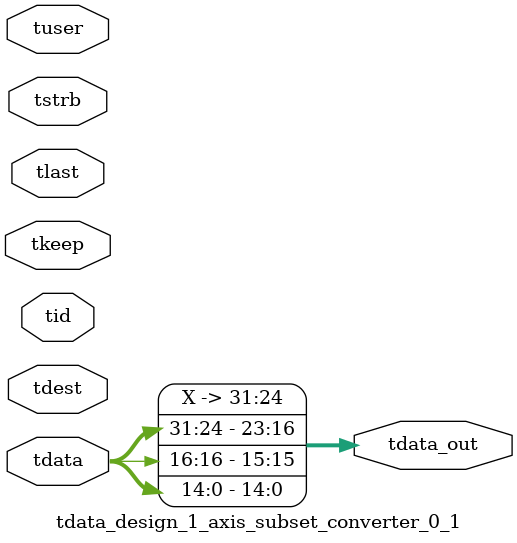
<source format=v>


`timescale 1ps/1ps

module tdata_design_1_axis_subset_converter_0_1 #
(
parameter C_S_AXIS_TDATA_WIDTH = 32,
parameter C_S_AXIS_TUSER_WIDTH = 0,
parameter C_S_AXIS_TID_WIDTH   = 0,
parameter C_S_AXIS_TDEST_WIDTH = 0,
parameter C_M_AXIS_TDATA_WIDTH = 32
)
(
input  [(C_S_AXIS_TDATA_WIDTH == 0 ? 1 : C_S_AXIS_TDATA_WIDTH)-1:0     ] tdata,
input  [(C_S_AXIS_TUSER_WIDTH == 0 ? 1 : C_S_AXIS_TUSER_WIDTH)-1:0     ] tuser,
input  [(C_S_AXIS_TID_WIDTH   == 0 ? 1 : C_S_AXIS_TID_WIDTH)-1:0       ] tid,
input  [(C_S_AXIS_TDEST_WIDTH == 0 ? 1 : C_S_AXIS_TDEST_WIDTH)-1:0     ] tdest,
input  [(C_S_AXIS_TDATA_WIDTH/8)-1:0 ] tkeep,
input  [(C_S_AXIS_TDATA_WIDTH/8)-1:0 ] tstrb,
input                                                                    tlast,
output [C_M_AXIS_TDATA_WIDTH-1:0] tdata_out
);

assign tdata_out = {tdata[40:40], tdata[38:24], tdata[16:16], tdata[14:0]};

endmodule


</source>
